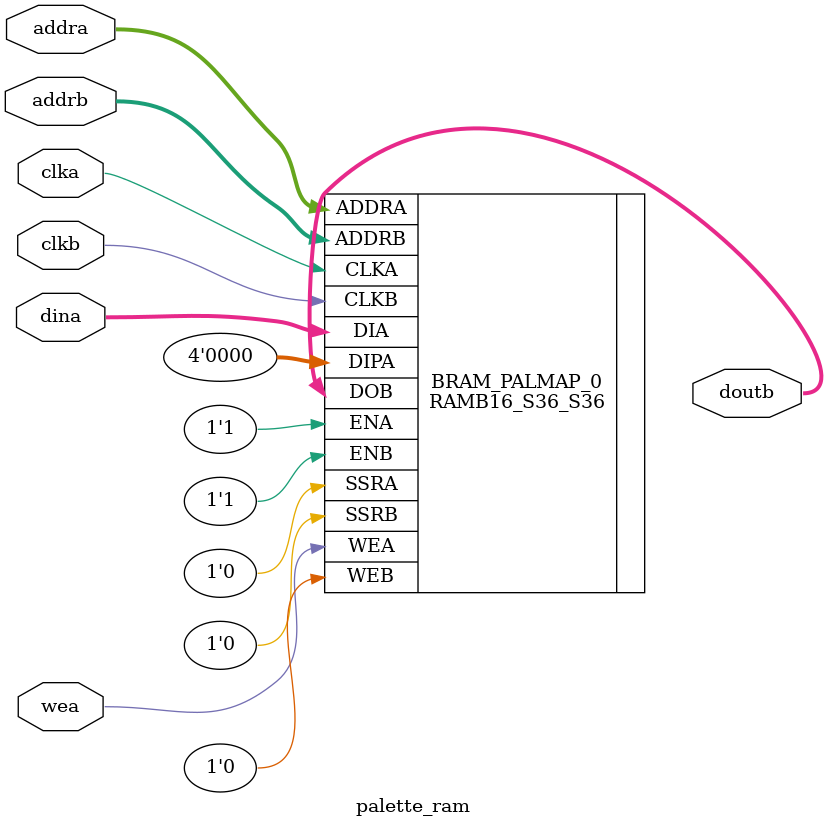
<source format=v>
`timescale 1ns / 1ps
`default_nettype none
module palette_ram (
    input wire clka,
    input wire wea,
    input wire [8:0] addra,
    input wire [31:0] dina,
    input wire clkb,
    input wire [8:0] addrb,
    output wire [31:0] doutb
);

RAMB16_S36_S36 BRAM_PALMAP_0  (
  .CLKA(clka),
  .ENA(1'b1),
  .WEA(wea),
  .ADDRA(addra),
  .SSRA(1'b0),
  .DIA(dina),
  .DIPA(4'd0),

  .CLKB(clkb),
  .ENB(1'b1),
  .WEB(1'b0),
  .ADDRB(addrb),
  .SSRB(1'b0),
  .DOB(doutb)
  );

defparam BRAM_PALMAP_0.INIT_00 = 256'h0303030001010000010001000100000000010100000100000000010000000000;
defparam BRAM_PALMAP_0.INIT_01 = 256'hFFFFFF00FFFF0000FF00FF00FF00000000FFFF0000FF00000000FF0001010100;
defparam BRAM_PALMAP_0.INIT_02 = 256'hFAFA000000FA0000FF000000EB000000F5000000E1000000FA00000000000000;
defparam BRAM_PALMAP_0.INIT_03 = 256'hF5E10000E1E10000FAE1000000E10000FFFA0000EBFA0000F5FA0000E1FA0000;
defparam BRAM_PALMAP_0.INIT_04 = 256'hFFF50000EBF50000F5F50000E1F50000FAF5000000F50000FFE10000EBE10000;
defparam BRAM_PALMAP_0.INIT_05 = 256'hFAFF000000FF0000FFEB0000EBEB0000F5EB0000E1EB0000FAEB000000EB0000;
defparam BRAM_PALMAP_0.INIT_06 = 256'hF500FA00E100FA00FA00FA000000FA00FFFF0000EBFF0000F5FF0000E1FF0000;
defparam BRAM_PALMAP_0.INIT_07 = 256'hFFFAFA00EBFAFA00F5FAFA00E1FAFA00FAFAFA0000FAFA00FF00FA00EB00FA00;
defparam BRAM_PALMAP_0.INIT_08 = 256'hFAF5FA0000F5FA00FFE1FA00EBE1FA00F5E1FA00E1E1FA00FAE1FA0000E1FA00;
defparam BRAM_PALMAP_0.INIT_09 = 256'hF5EBFA00E1EBFA00FAEBFA0000EBFA00FFF5FA00EBF5FA00F5F5FA00E1F5FA00;
defparam BRAM_PALMAP_0.INIT_0A = 256'hFFFFFA00EBFFFA00F5FFFA00E1FFFA00FAFFFA0000FFFA00FFEBFA00EBEBFA00;
defparam BRAM_PALMAP_0.INIT_0B = 256'hFAFAE10000FAE100FF00E100EB00E100F500E100E100E100FA00E1000000E100;
defparam BRAM_PALMAP_0.INIT_0C = 256'hF5E1E100E1E1E100FAE1E10000E1E100FFFAE100EBFAE100F5FAE100E1FAE100;
defparam BRAM_PALMAP_0.INIT_0D = 256'hFFF5E100EBF5E100F5F5E100E1F5E100FAF5E10000F5E100FFE1E100EBE1E100;
defparam BRAM_PALMAP_0.INIT_0E = 256'hFAFFE10000FFE100FFEBE100EBEBE100F5EBE100E1EBE100FAEBE10000EBE100;
defparam BRAM_PALMAP_0.INIT_0F = 256'hF500F500E100F500FA00F5000000F500FFFFE100EBFFE100F5FFE100E1FFE100;
defparam BRAM_PALMAP_0.INIT_10 = 256'hFFFAF500EBFAF500F5FAF500E1FAF500FAFAF50000FAF500FF00F500EB00F500;
defparam BRAM_PALMAP_0.INIT_11 = 256'hFAF5F50000F5F500FFE1F500EBE1F500F5E1F500E1E1F500FAE1F50000E1F500;
defparam BRAM_PALMAP_0.INIT_12 = 256'hF5EBF500E1EBF500FAEBF50000EBF500FFF5F500EBF5F500F5F5F500E1F5F500;
defparam BRAM_PALMAP_0.INIT_13 = 256'hFFFFF500EBFFF500F5FFF500E1FFF500FAFFF50000FFF500FFEBF500EBEBF500;
defparam BRAM_PALMAP_0.INIT_14 = 256'hFAFAEB0000FAEB00FF00EB00EB00EB00F500EB00E100EB00FA00EB000000EB00;
defparam BRAM_PALMAP_0.INIT_15 = 256'hF5E1EB00E1E1EB00FAE1EB0000E1EB00FFFAEB00EBFAEB00F5FAEB00E1FAEB00;
defparam BRAM_PALMAP_0.INIT_16 = 256'hFFF5EB00EBF5EB00F5F5EB00E1F5EB00FAF5EB0000F5EB00FFE1EB00EBE1EB00;
defparam BRAM_PALMAP_0.INIT_17 = 256'hFAFFEB0000FFEB00FFEBEB00EBEBEB00F5EBEB00E1EBEB00FAEBEB0000EBEB00;
defparam BRAM_PALMAP_0.INIT_18 = 256'hF500FF00E100FF00FA00FF000000FF00FFFFEB00EBFFEB00F5FFEB00E1FFEB00;
defparam BRAM_PALMAP_0.INIT_19 = 256'hFFFAFF00EBFAFF00F5FAFF00E1FAFF00FAFAFF0000FAFF00FF00FF00EB00FF00;
defparam BRAM_PALMAP_0.INIT_1A = 256'hFAF5FF0000F5FF00FFE1FF00EBE1FF00F5E1FF00E1E1FF00FAE1FF0000E1FF00;
defparam BRAM_PALMAP_0.INIT_1B = 256'hF5EBFF00E1EBFF00FAEBFF0000EBFF00FFF5FF00EBF5FF00F5F5FF00E1F5FF00;
defparam BRAM_PALMAP_0.INIT_1C = 256'hFFFFFF00EBFFFF00F5FFFF00E1FFFF00FAFFFF0000FFFF00FFEBFF00EBEBFF00;
defparam BRAM_PALMAP_0.INIT_1D = 256'h72727200222222005C5C5C000C0C0C0064646400383838004848480010101000;
defparam BRAM_PALMAP_0.INIT_1E = 256'h797979002929290051515100010101006E6E6E0036363600464646001A1A1A00;
defparam BRAM_PALMAP_0.INIT_1F = 256'h77777700272727005B5B5B000B0B0B00636363003D3D3D004D4D4D0015151500;

endmodule

</source>
